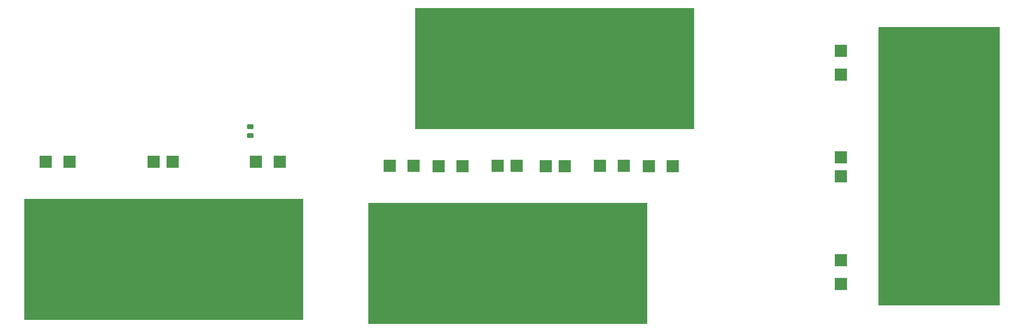
<source format=gts>
G04 #@! TF.GenerationSoftware,KiCad,Pcbnew,(6.0.4-0)*
G04 #@! TF.CreationDate,2022-09-21T16:46:57-05:00*
G04 #@! TF.ProjectId,Y+,592b2e6b-6963-4616-945f-706362585858,4*
G04 #@! TF.SameCoordinates,Original*
G04 #@! TF.FileFunction,Soldermask,Top*
G04 #@! TF.FilePolarity,Negative*
%FSLAX46Y46*%
G04 Gerber Fmt 4.6, Leading zero omitted, Abs format (unit mm)*
G04 Created by KiCad (PCBNEW (6.0.4-0)) date 2022-09-21 16:46:57*
%MOMM*%
%LPD*%
G01*
G04 APERTURE LIST*
G04 Aperture macros list*
%AMRoundRect*
0 Rectangle with rounded corners*
0 $1 Rounding radius*
0 $2 $3 $4 $5 $6 $7 $8 $9 X,Y pos of 4 corners*
0 Add a 4 corners polygon primitive as box body*
4,1,4,$2,$3,$4,$5,$6,$7,$8,$9,$2,$3,0*
0 Add four circle primitives for the rounded corners*
1,1,$1+$1,$2,$3*
1,1,$1+$1,$4,$5*
1,1,$1+$1,$6,$7*
1,1,$1+$1,$8,$9*
0 Add four rect primitives between the rounded corners*
20,1,$1+$1,$2,$3,$4,$5,0*
20,1,$1+$1,$4,$5,$6,$7,0*
20,1,$1+$1,$6,$7,$8,$9,0*
20,1,$1+$1,$8,$9,$2,$3,0*%
G04 Aperture macros list end*
%ADD10RoundRect,0.243750X-0.456250X0.243750X-0.456250X-0.243750X0.456250X-0.243750X0.456250X0.243750X0*%
%ADD11R,58.420000X25.400000*%
%ADD12R,2.500000X2.500000*%
%ADD13R,25.400000X58.420000*%
G04 APERTURE END LIST*
D10*
X180600000Y-218462500D03*
X180600000Y-220337500D03*
D11*
X244290000Y-206225000D03*
D12*
X269040000Y-226725000D03*
X264040000Y-226725000D03*
X225040000Y-226725000D03*
X220040000Y-226725000D03*
X242440000Y-226725000D03*
X246440000Y-226725000D03*
D11*
X234510000Y-247175000D03*
D12*
X209760000Y-226675000D03*
X253760000Y-226675000D03*
X214760000Y-226675000D03*
X258760000Y-226675000D03*
X232360000Y-226675000D03*
X236360000Y-226675000D03*
D13*
X324800000Y-226730000D03*
D12*
X304300000Y-246480000D03*
X304300000Y-207480000D03*
X304300000Y-202480000D03*
X304300000Y-251480000D03*
X304300000Y-228880000D03*
X304300000Y-224880000D03*
D11*
X162470000Y-246300000D03*
D12*
X137720000Y-225800000D03*
X186720000Y-225800000D03*
X142720000Y-225800000D03*
X181720000Y-225800000D03*
X164320000Y-225800000D03*
X160320000Y-225800000D03*
M02*

</source>
